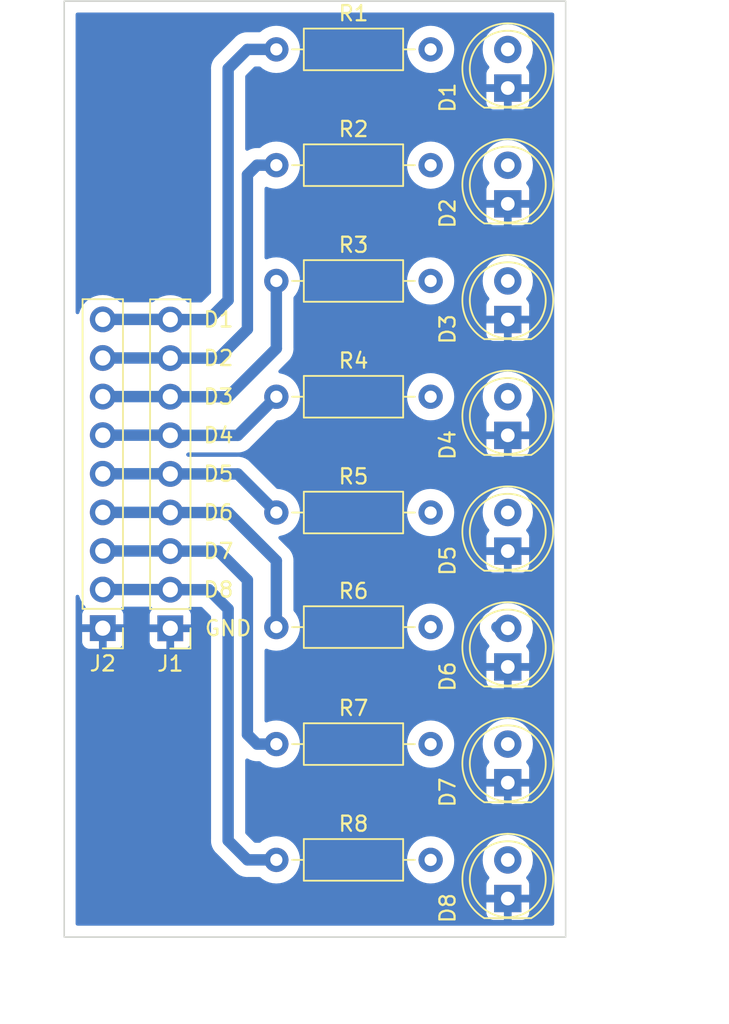
<source format=kicad_pcb>
(kicad_pcb (version 20211014) (generator pcbnew)
  (layers (0 "F.Cu" signal) (31 "B.Cu" signal) (34 "B.Paste" user) (35 "F.Paste" user) (36 "B.SilkS" user "B.Silkscreen") (37 "F.SilkS" user "F.Silkscreen") (38 "B.Mask" user) (39 "F.Mask" user) (44 "Edge.Cuts" user))
  (net 0 "")
  (net 1 "Net-(R1-Pad2)")
  (net 2 "Net-(R2-Pad2)")
  (net 3 "Net-(R3-Pad2)")
  (net 4 "Net-(R4-Pad2)")
  (net 5 "Net-(R5-Pad2)")
  (net 6 "Net-(R6-Pad2)")
  (net 7 "Net-(R7-Pad2)")
  (net 8 "Net-(R8-Pad2)")
  (net 9 "Net-(R8-Pad1)")
  (net 10 "Net-(R7-Pad1)")
  (net 11 "Net-(R6-Pad1)")
  (net 12 "Net-(R5-Pad1)")
  (net 13 "Net-(R4-Pad1)")
  (net 14 "Net-(R3-Pad1)")
  (net 15 "Net-(R2-Pad1)")
  (net 16 "Net-(R1-Pad1)")
  (net 17 "GND")
  (footprint "Resistor_THT:R_Axial_DIN0207_L6.3mm_D2.5mm_P10.16mm_Horizontal" (layer "F.Cu") (at 76.2 127)
    (fp_text reference "R7" (at 5.08 -2.37) (layer "F.SilkS"))
    (fp_text value "220")
    (fp_line (start 1.04 0) (end 1.81 0) (layer "F.SilkS") (width 0.12))
    (fp_line (start 1.81 1.37) (end 8.35 1.37) (layer "F.SilkS") (width 0.12))
    (fp_line (start 9.12 0) (end 8.35 0) (layer "F.SilkS") (width 0.12))
    (fp_line (start 1.81 -1.37) (end 1.81 1.37) (layer "F.SilkS") (width 0.12))
    (fp_line (start 8.35 -1.37) (end 1.81 -1.37) (layer "F.SilkS") (width 0.12))
    (fp_line (start 8.35 1.37) (end 8.35 -1.37) (layer "F.SilkS") (width 0.12))
    (pad "1" thru_hole circle (at 0 0) (size 1.6 1.6) (drill 0.8) (layers *.Cu *.Mask) (net 10 "Net-(R7-Pad1)"))
    (pad "2" thru_hole oval (at 10.16 0) (size 1.6 1.6) (drill 0.8) (layers *.Cu *.Mask) (net 7 "Net-(R7-Pad2)"))
  )
  (footprint "Connector_PinHeader_2.54mm:PinHeader_1x09_P2.54mm_Vertical" (layer "F.Cu") (at 69.215 119.38 180)
    (fp_text reference "J1" (at 0 -2.33) (layer "F.SilkS"))
    (fp_text value "Conn_01x09_Female")
    (fp_line (start 1.33 1.27) (end 1.33 21.65) (layer "F.SilkS") (width 0.12))
    (fp_line (start -1.33 1.27) (end 1.33 1.27) (layer "F.SilkS") (width 0.12))
    (fp_line (start -1.33 1.27) (end -1.33 21.65) (layer "F.SilkS") (width 0.12))
    (fp_line (start -1.33 -1.33) (end 0 -1.33) (layer "F.SilkS") (width 0.12))
    (fp_line (start -1.33 21.65) (end 1.33 21.65) (layer "F.SilkS") (width 0.12))
    (fp_line (start -1.33 0) (end -1.33 -1.33) (layer "F.SilkS") (width 0.12))
    (pad "1" thru_hole rect (at 0 0 180) (size 1.7 1.7) (drill 1) (layers *.Cu *.Mask) (net 17 "GND"))
    (pad "2" thru_hole oval (at 0 2.54 180) (size 1.7 1.7) (drill 1) (layers *.Cu *.Mask) (net 9 "Net-(R8-Pad1)"))
    (pad "3" thru_hole oval (at 0 5.08 180) (size 1.7 1.7) (drill 1) (layers *.Cu *.Mask) (net 10 "Net-(R7-Pad1)"))
    (pad "4" thru_hole oval (at 0 7.62 180) (size 1.7 1.7) (drill 1) (layers *.Cu *.Mask) (net 11 "Net-(R6-Pad1)"))
    (pad "5" thru_hole oval (at 0 10.16 180) (size 1.7 1.7) (drill 1) (layers *.Cu *.Mask) (net 12 "Net-(R5-Pad1)"))
    (pad "6" thru_hole oval (at 0 12.7 180) (size 1.7 1.7) (drill 1) (layers *.Cu *.Mask) (net 13 "Net-(R4-Pad1)"))
    (pad "7" thru_hole oval (at 0 15.24 180) (size 1.7 1.7) (drill 1) (layers *.Cu *.Mask) (net 14 "Net-(R3-Pad1)"))
    (pad "8" thru_hole oval (at 0 17.78 180) (size 1.7 1.7) (drill 1) (layers *.Cu *.Mask) (net 15 "Net-(R2-Pad1)"))
    (pad "9" thru_hole oval (at 0 20.32 180) (size 1.7 1.7) (drill 1) (layers *.Cu *.Mask) (net 16 "Net-(R1-Pad1)"))
  )
  (footprint "Resistor_THT:R_Axial_DIN0207_L6.3mm_D2.5mm_P10.16mm_Horizontal" (layer "F.Cu") (at 76.2 111.76)
    (fp_text reference "R5" (at 5.08 -2.37) (layer "F.SilkS"))
    (fp_text value "220")
    (fp_line (start 1.81 -1.37) (end 1.81 1.37) (layer "F.SilkS") (width 0.12))
    (fp_line (start 1.81 1.37) (end 8.35 1.37) (layer "F.SilkS") (width 0.12))
    (fp_line (start 9.12 0) (end 8.35 0) (layer "F.SilkS") (width 0.12))
    (fp_line (start 8.35 -1.37) (end 1.81 -1.37) (layer "F.SilkS") (width 0.12))
    (fp_line (start 1.04 0) (end 1.81 0) (layer "F.SilkS") (width 0.12))
    (fp_line (start 8.35 1.37) (end 8.35 -1.37) (layer "F.SilkS") (width 0.12))
    (pad "1" thru_hole circle (at 0 0) (size 1.6 1.6) (drill 0.8) (layers *.Cu *.Mask) (net 12 "Net-(R5-Pad1)"))
    (pad "2" thru_hole oval (at 10.16 0) (size 1.6 1.6) (drill 0.8) (layers *.Cu *.Mask) (net 5 "Net-(R5-Pad2)"))
  )
  (footprint "Resistor_THT:R_Axial_DIN0207_L6.3mm_D2.5mm_P10.16mm_Horizontal" (layer "F.Cu") (at 76.2 88.9)
    (fp_text reference "R2" (at 5.08 -2.37) (layer "F.SilkS"))
    (fp_text value "220")
    (fp_line (start 8.35 1.37) (end 8.35 -1.37) (layer "F.SilkS") (width 0.12))
    (fp_line (start 9.12 0) (end 8.35 0) (layer "F.SilkS") (width 0.12))
    (fp_line (start 1.81 1.37) (end 8.35 1.37) (layer "F.SilkS") (width 0.12))
    (fp_line (start 1.81 -1.37) (end 1.81 1.37) (layer "F.SilkS") (width 0.12))
    (fp_line (start 1.04 0) (end 1.81 0) (layer "F.SilkS") (width 0.12))
    (fp_line (start 8.35 -1.37) (end 1.81 -1.37) (layer "F.SilkS") (width 0.12))
    (pad "1" thru_hole circle (at 0 0) (size 1.6 1.6) (drill 0.8) (layers *.Cu *.Mask) (net 15 "Net-(R2-Pad1)"))
    (pad "2" thru_hole oval (at 10.16 0) (size 1.6 1.6) (drill 0.8) (layers *.Cu *.Mask) (net 2 "Net-(R2-Pad2)"))
  )
  (footprint "Resistor_THT:R_Axial_DIN0207_L6.3mm_D2.5mm_P10.16mm_Horizontal" (layer "F.Cu") (at 76.2 81.28)
    (fp_text reference "R1" (at 5.08 -2.37) (layer "F.SilkS"))
    (fp_text value "220")
    (fp_line (start 8.35 -1.37) (end 1.81 -1.37) (layer "F.SilkS") (width 0.12))
    (fp_line (start 9.12 0) (end 8.35 0) (layer "F.SilkS") (width 0.12))
    (fp_line (start 1.81 -1.37) (end 1.81 1.37) (layer "F.SilkS") (width 0.12))
    (fp_line (start 8.35 1.37) (end 8.35 -1.37) (layer "F.SilkS") (width 0.12))
    (fp_line (start 1.81 1.37) (end 8.35 1.37) (layer "F.SilkS") (width 0.12))
    (fp_line (start 1.04 0) (end 1.81 0) (layer "F.SilkS") (width 0.12))
    (pad "1" thru_hole circle (at 0 0) (size 1.6 1.6) (drill 0.8) (layers *.Cu *.Mask) (net 16 "Net-(R1-Pad1)"))
    (pad "2" thru_hole oval (at 10.16 0) (size 1.6 1.6) (drill 0.8) (layers *.Cu *.Mask) (net 1 "Net-(R1-Pad2)"))
  )
  (footprint "Connector_PinHeader_2.54mm:PinHeader_1x09_P2.54mm_Vertical" (layer "F.Cu") (at 64.77 119.37 180)
    (fp_text reference "J2" (at 0 -2.33) (layer "F.SilkS"))
    (fp_text value "Conn_01x09_Male")
    (fp_line (start -1.33 -1.33) (end 0 -1.33) (layer "F.SilkS") (width 0.12))
    (fp_line (start -1.33 1.27) (end 1.33 1.27) (layer "F.SilkS") (width 0.12))
    (fp_line (start -1.33 21.65) (end 1.33 21.65) (layer "F.SilkS") (width 0.12))
    (fp_line (start 1.33 1.27) (end 1.33 21.65) (layer "F.SilkS") (width 0.12))
    (fp_line (start -1.33 0) (end -1.33 -1.33) (layer "F.SilkS") (width 0.12))
    (fp_line (start -1.33 1.27) (end -1.33 21.65) (layer "F.SilkS") (width 0.12))
    (pad "1" thru_hole rect (at 0 0 180) (size 1.7 1.7) (drill 1) (layers *.Cu *.Mask) (net 17 "GND"))
    (pad "2" thru_hole oval (at 0 2.54 180) (size 1.7 1.7) (drill 1) (layers *.Cu *.Mask) (net 9 "Net-(R8-Pad1)"))
    (pad "3" thru_hole oval (at 0 5.08 180) (size 1.7 1.7) (drill 1) (layers *.Cu *.Mask) (net 10 "Net-(R7-Pad1)"))
    (pad "4" thru_hole oval (at 0 7.62 180) (size 1.7 1.7) (drill 1) (layers *.Cu *.Mask) (net 11 "Net-(R6-Pad1)"))
    (pad "5" thru_hole oval (at 0 10.16 180) (size 1.7 1.7) (drill 1) (layers *.Cu *.Mask) (net 12 "Net-(R5-Pad1)"))
    (pad "6" thru_hole oval (at 0 12.7 180) (size 1.7 1.7) (drill 1) (layers *.Cu *.Mask) (net 13 "Net-(R4-Pad1)"))
    (pad "7" thru_hole oval (at 0 15.24 180) (size 1.7 1.7) (drill 1) (layers *.Cu *.Mask) (net 14 "Net-(R3-Pad1)"))
    (pad "8" thru_hole oval (at 0 17.78 180) (size 1.7 1.7) (drill 1) (layers *.Cu *.Mask) (net 15 "Net-(R2-Pad1)"))
    (pad "9" thru_hole oval (at 0 20.32 180) (size 1.7 1.7) (drill 1) (layers *.Cu *.Mask) (net 16 "Net-(R1-Pad1)"))
  )
  (footprint "Resistor_THT:R_Axial_DIN0207_L6.3mm_D2.5mm_P10.16mm_Horizontal" (layer "F.Cu") (at 76.2 96.52)
    (fp_text reference "R3" (at 5.08 -2.37) (layer "F.SilkS"))
    (fp_text value "220")
    (fp_line (start 8.35 1.37) (end 8.35 -1.37) (layer "F.SilkS") (width 0.12))
    (fp_line (start 1.81 -1.37) (end 1.81 1.37) (layer "F.SilkS") (width 0.12))
    (fp_line (start 1.04 0) (end 1.81 0) (layer "F.SilkS") (width 0.12))
    (fp_line (start 9.12 0) (end 8.35 0) (layer "F.SilkS") (width 0.12))
    (fp_line (start 1.81 1.37) (end 8.35 1.37) (layer "F.SilkS") (width 0.12))
    (fp_line (start 8.35 -1.37) (end 1.81 -1.37) (layer "F.SilkS") (width 0.12))
    (pad "1" thru_hole circle (at 0 0) (size 1.6 1.6) (drill 0.8) (layers *.Cu *.Mask) (net 14 "Net-(R3-Pad1)"))
    (pad "2" thru_hole oval (at 10.16 0) (size 1.6 1.6) (drill 0.8) (layers *.Cu *.Mask) (net 3 "Net-(R3-Pad2)"))
  )
  (footprint "LED_THT:LED_D5.0mm" (layer "F.Cu") (at 91.44 129.54 90)
    (fp_text reference "D7" (at -0.635 -3.96 90) (layer "F.SilkS"))
    (fp_text value "LED")
    (fp_line (start -1.29 -1.545) (end -1.29 1.545) (layer "F.SilkS") (width 0.12))
    (fp_arc (start -1.29 -1.54483) (mid 2.072002 -2.880433) (end 4.26 0.000462) (layer "F.SilkS") (width 0.12))
    (fp_arc (start 4.26 -0.000462) (mid 2.072002 2.880433) (end -1.29 1.54483) (layer "F.SilkS") (width 0.12))
    (fp_circle (center 1.27 0) (end 3.77 0) (layer "F.SilkS") (width 0.12) (fill none))
    (pad "1" thru_hole rect (at 0 0 90) (size 1.8 1.8) (drill 0.9) (layers *.Cu *.Mask) (net 17 "GND"))
    (pad "2" thru_hole circle (at 2.54 0 90) (size 1.8 1.8) (drill 0.9) (layers *.Cu *.Mask) (net 7 "Net-(R7-Pad2)"))
  )
  (footprint "LED_THT:LED_D5.0mm" (layer "F.Cu") (at 91.44 114.3 90)
    (fp_text reference "D5" (at -0.635 -3.96 90) (layer "F.SilkS"))
    (fp_text value "LED")
    (fp_line (start -1.29 -1.545) (end -1.29 1.545) (layer "F.SilkS") (width 0.12))
    (fp_arc (start 4.26 -0.000462) (mid 2.072002 2.880433) (end -1.29 1.54483) (layer "F.SilkS") (width 0.12))
    (fp_arc (start -1.29 -1.54483) (mid 2.072002 -2.880433) (end 4.26 0.000462) (layer "F.SilkS") (width 0.12))
    (fp_circle (center 1.27 0) (end 3.77 0) (layer "F.SilkS") (width 0.12) (fill none))
    (pad "1" thru_hole rect (at 0 0 90) (size 1.8 1.8) (drill 0.9) (layers *.Cu *.Mask) (net 17 "GND"))
    (pad "2" thru_hole circle (at 2.54 0 90) (size 1.8 1.8) (drill 0.9) (layers *.Cu *.Mask) (net 5 "Net-(R5-Pad2)"))
  )
  (footprint "LED_THT:LED_D5.0mm" (layer "F.Cu") (at 91.44 121.92 90)
    (fp_text reference "D6" (at -0.635 -3.96 90) (layer "F.SilkS"))
    (fp_text value "LED")
    (fp_line (start -1.29 -1.545) (end -1.29 1.545) (layer "F.SilkS") (width 0.12))
    (fp_arc (start -1.29 -1.54483) (mid 2.072002 -2.880433) (end 4.26 0.000462) (layer "F.SilkS") (width 0.12))
    (fp_arc (start 4.26 -0.000462) (mid 2.072002 2.880433) (end -1.29 1.54483) (layer "F.SilkS") (width 0.12))
    (fp_circle (center 1.27 0) (end 3.77 0) (layer "F.SilkS") (width 0.12) (fill none))
    (pad "1" thru_hole rect (at 0 0 90) (size 1.8 1.8) (drill 0.9) (layers *.Cu *.Mask) (net 17 "GND"))
    (pad "2" thru_hole circle (at 2.54 0 90) (size 1.8 1.8) (drill 0.9) (layers *.Cu *.Mask) (net 6 "Net-(R6-Pad2)"))
  )
  (footprint "Resistor_THT:R_Axial_DIN0207_L6.3mm_D2.5mm_P10.16mm_Horizontal" (layer "F.Cu") (at 76.2 134.62)
    (fp_text reference "R8" (at 5.08 -2.37) (layer "F.SilkS"))
    (fp_text value "220")
    (fp_line (start 8.35 -1.37) (end 1.81 -1.37) (layer "F.SilkS") (width 0.12))
    (fp_line (start 1.04 0) (end 1.81 0) (layer "F.SilkS") (width 0.12))
    (fp_line (start 8.35 1.37) (end 8.35 -1.37) (layer "F.SilkS") (width 0.12))
    (fp_line (start 1.81 -1.37) (end 1.81 1.37) (layer "F.SilkS") (width 0.12))
    (fp_line (start 9.12 0) (end 8.35 0) (layer "F.SilkS") (width 0.12))
    (fp_line (start 1.81 1.37) (end 8.35 1.37) (layer "F.SilkS") (width 0.12))
    (pad "1" thru_hole circle (at 0 0) (size 1.6 1.6) (drill 0.8) (layers *.Cu *.Mask) (net 9 "Net-(R8-Pad1)"))
    (pad "2" thru_hole oval (at 10.16 0) (size 1.6 1.6) (drill 0.8) (layers *.Cu *.Mask) (net 8 "Net-(R8-Pad2)"))
  )
  (footprint "LED_THT:LED_D5.0mm" (layer "F.Cu") (at 91.44 83.825 90)
    (fp_text reference "D1" (at -0.63 -3.96 90) (layer "F.SilkS"))
    (fp_text value "LED")
    (fp_line (start -1.29 -1.545) (end -1.29 1.545) (layer "F.SilkS") (width 0.12))
    (fp_arc (start -1.29 -1.54483) (mid 2.072002 -2.880433) (end 4.26 0.000462) (layer "F.SilkS") (width 0.12))
    (fp_arc (start 4.26 -0.000462) (mid 2.072002 2.880433) (end -1.29 1.54483) (layer "F.SilkS") (width 0.12))
    (fp_circle (center 1.27 0) (end 3.77 0) (layer "F.SilkS") (width 0.12) (fill none))
    (pad "1" thru_hole rect (at 0 0 90) (size 1.8 1.8) (drill 0.9) (layers *.Cu *.Mask) (net 17 "GND"))
    (pad "2" thru_hole circle (at 2.54 0 90) (size 1.8 1.8) (drill 0.9) (layers *.Cu *.Mask) (net 1 "Net-(R1-Pad2)"))
  )
  (footprint "LED_THT:LED_D5.0mm" (layer "F.Cu") (at 91.44 99.06 90)
    (fp_text reference "D3" (at -0.635 -3.96 90) (layer "F.SilkS"))
    (fp_text value "LED")
    (fp_line (start -1.29 -1.545) (end -1.29 1.545) (layer "F.SilkS") (width 0.12))
    (fp_arc (start -1.29 -1.54483) (mid 2.072002 -2.880433) (end 4.26 0.000462) (layer "F.SilkS") (width 0.12))
    (fp_arc (start 4.26 -0.000462) (mid 2.072002 2.880433) (end -1.29 1.54483) (layer "F.SilkS") (width 0.12))
    (fp_circle (center 1.27 0) (end 3.77 0) (layer "F.SilkS") (width 0.12) (fill none))
    (pad "1" thru_hole rect (at 0 0 90) (size 1.8 1.8) (drill 0.9) (layers *.Cu *.Mask) (net 17 "GND"))
    (pad "2" thru_hole circle (at 2.54 0 90) (size 1.8 1.8) (drill 0.9) (layers *.Cu *.Mask) (net 3 "Net-(R3-Pad2)"))
  )
  (footprint "Resistor_THT:R_Axial_DIN0207_L6.3mm_D2.5mm_P10.16mm_Horizontal" (layer "F.Cu") (at 76.2 104.14)
    (fp_text reference "R4" (at 5.08 -2.37) (layer "F.SilkS"))
    (fp_text value "220")
    (fp_line (start 1.04 0) (end 1.81 0) (layer "F.SilkS") (width 0.12))
    (fp_line (start 8.35 1.37) (end 8.35 -1.37) (layer "F.SilkS") (width 0.12))
    (fp_line (start 8.35 -1.37) (end 1.81 -1.37) (layer "F.SilkS") (width 0.12))
    (fp_line (start 9.12 0) (end 8.35 0) (layer "F.SilkS") (width 0.12))
    (fp_line (start 1.81 -1.37) (end 1.81 1.37) (layer "F.SilkS") (width 0.12))
    (fp_line (start 1.81 1.37) (end 8.35 1.37) (layer "F.SilkS") (width 0.12))
    (pad "1" thru_hole circle (at 0 0) (size 1.6 1.6) (drill 0.8) (layers *.Cu *.Mask) (net 13 "Net-(R4-Pad1)"))
    (pad "2" thru_hole oval (at 10.16 0) (size 1.6 1.6) (drill 0.8) (layers *.Cu *.Mask) (net 4 "Net-(R4-Pad2)"))
  )
  (footprint "LED_THT:LED_D5.0mm" (layer "F.Cu") (at 91.44 106.68 90)
    (fp_text reference "D4" (at -0.635 -3.96 90) (layer "F.SilkS"))
    (fp_text value "LED")
    (fp_line (start -1.29 -1.545) (end -1.29 1.545) (layer "F.SilkS") (width 0.12))
    (fp_arc (start 4.26 -0.000462) (mid 2.072002 2.880433) (end -1.29 1.54483) (layer "F.SilkS") (width 0.12))
    (fp_arc (start -1.29 -1.54483) (mid 2.072002 -2.880433) (end 4.26 0.000462) (layer "F.SilkS") (width 0.12))
    (fp_circle (center 1.27 0) (end 3.77 0) (layer "F.SilkS") (width 0.12) (fill none))
    (pad "1" thru_hole rect (at 0 0 90) (size 1.8 1.8) (drill 0.9) (layers *.Cu *.Mask) (net 17 "GND"))
    (pad "2" thru_hole circle (at 2.54 0 90) (size 1.8 1.8) (drill 0.9) (layers *.Cu *.Mask) (net 4 "Net-(R4-Pad2)"))
  )
  (footprint "Resistor_THT:R_Axial_DIN0207_L6.3mm_D2.5mm_P10.16mm_Horizontal" (layer "F.Cu") (at 76.2 119.3)
    (fp_text reference "R6" (at 5.08 -2.37) (layer "F.SilkS"))
    (fp_text value "220")
    (fp_line (start 8.35 -1.37) (end 1.81 -1.37) (layer "F.SilkS") (width 0.12))
    (fp_line (start 9.12 0) (end 8.35 0) (layer "F.SilkS") (width 0.12))
    (fp_line (start 1.81 1.37) (end 8.35 1.37) (layer "F.SilkS") (width 0.12))
    (fp_line (start 8.35 1.37) (end 8.35 -1.37) (layer "F.SilkS") (width 0.12))
    (fp_line (start 1.81 -1.37) (end 1.81 1.37) (layer "F.SilkS") (width 0.12))
    (fp_line (start 1.04 0) (end 1.81 0) (layer "F.SilkS") (width 0.12))
    (pad "1" thru_hole circle (at 0 0) (size 1.6 1.6) (drill 0.8) (layers *.Cu *.Mask) (net 11 "Net-(R6-Pad1)"))
    (pad "2" thru_hole oval (at 10.16 0) (size 1.6 1.6) (drill 0.8) (layers *.Cu *.Mask) (net 6 "Net-(R6-Pad2)"))
  )
  (footprint "LED_THT:LED_D5.0mm" (layer "F.Cu") (at 91.44 137.165 90)
    (fp_text reference "D8" (at -0.63 -3.96 90) (layer "F.SilkS"))
    (fp_text value "LED")
    (fp_line (start -1.29 -1.545) (end -1.29 1.545) (layer "F.SilkS") (width 0.12))
    (fp_arc (start -1.29 -1.54483) (mid 2.072002 -2.880433) (end 4.26 0.000462) (layer "F.SilkS") (width 0.12))
    (fp_arc (start 4.26 -0.000462) (mid 2.072002 2.880433) (end -1.29 1.54483) (layer "F.SilkS") (width 0.12))
    (fp_circle (center 1.27 0) (end 3.77 0) (layer "F.SilkS") (width 0.12) (fill none))
    (pad "1" thru_hole rect (at 0 0 90) (size 1.8 1.8) (drill 0.9) (layers *.Cu *.Mask) (net 17 "GND"))
    (pad "2" thru_hole circle (at 2.54 0 90) (size 1.8 1.8) (drill 0.9) (layers *.Cu *.Mask) (net 8 "Net-(R8-Pad2)"))
  )
  (footprint "LED_THT:LED_D5.0mm" (layer "F.Cu") (at 91.44 91.445 90)
    (fp_text reference "D2" (at -0.63 -3.96 90) (layer "F.SilkS"))
    (fp_text value "LED")
    (fp_line (start -1.29 -1.545) (end -1.29 1.545) (layer "F.SilkS") (width 0.12))
    (fp_arc (start -1.29 -1.54483) (mid 2.072002 -2.880433) (end 4.26 0.000462) (layer "F.SilkS") (width 0.12))
    (fp_arc (start 4.26 -0.000462) (mid 2.072002 2.880433) (end -1.29 1.54483) (layer "F.SilkS") (width 0.12))
    (fp_circle (center 1.27 0) (end 3.77 0) (layer "F.SilkS") (width 0.12) (fill none))
    (pad "1" thru_hole rect (at 0 0 90) (size 1.8 1.8) (drill 0.9) (layers *.Cu *.Mask) (net 17 "GND"))
    (pad "2" thru_hole circle (at 2.54 0 90) (size 1.8 1.8) (drill 0.9) (layers *.Cu *.Mask) (net 2 "Net-(R2-Pad2)"))
  )
  (gr_rect (start 62.23 78.105) (end 95.25 139.7) (layer "Edge.Cuts") (width 0.1) (fill none))
  (gr_text "D6" (at 72.39 111.76) (layer "F.SilkS") (effects (font (size 1 1))))
  (gr_text "D1" (at 72.39 99.06) (layer "F.SilkS") (effects (font (size 1 1))))
  (gr_text "D4" (at 72.39 106.68) (layer "F.SilkS") (effects (font (size 1 1))))
  (gr_text "D5" (at 72.39 109.22) (layer "F.SilkS") (effects (font (size 1 1))))
  (gr_text "D2" (at 72.39 101.6) (layer "F.SilkS") (effects (font (size 1 1))))
  (gr_text "D8" (at 72.39 116.84) (layer "F.SilkS") (effects (font (size 1 1))))
  (gr_text "D3" (at 72.39 104.14) (layer "F.SilkS") (effects (font (size 1 1))))
  (gr_text "GND\n" (at 73.025 119.38) (layer "F.SilkS") (effects (font (size 1 1))))
  (gr_text "D7" (at 72.39 114.3) (layer "F.SilkS") (effects (font (size 1 1))))
  (segment (start 90.725 119.3) (end 90.805 119.38) (width 0.75) (layer "B.Cu") (net 6))
  (segment (start 71.755 116.84) (end 73.025 118.11) (width 0.75) (layer "B.Cu") (net 9))
  (segment (start 73.025 133.35) (end 74.295 134.62) (width 0.75) (layer "B.Cu") (net 9))
  (segment (start 73.025 118.11) (end 73.025 133.35) (width 0.75) (layer "B.Cu") (net 9))
  (segment (start 69.205 116.83) (end 69.215 116.84) (width 0.75) (layer "B.Cu") (net 9))
  (segment (start 74.295 134.62) (end 76.2 134.62) (width 0.75) (layer "B.Cu") (net 9))
  (segment (start 69.215 116.84) (end 71.755 116.84) (width 0.75) (layer "B.Cu") (net 9))
  (segment (start 64.77 116.83) (end 69.205 116.83) (width 0.75) (layer "B.Cu") (net 9))
  (segment (start 69.215 114.3) (end 72.39 114.3) (width 0.75) (layer "B.Cu") (net 10))
  (segment (start 74.295 116.205) (end 74.295 126.365) (width 0.75) (layer "B.Cu") (net 10))
  (segment (start 74.295 126.365) (end 74.93 127) (width 0.75) (layer "B.Cu") (net 10))
  (segment (start 69.205 114.29) (end 69.215 114.3) (width 0.75) (layer "B.Cu") (net 10))
  (segment (start 72.39 114.3) (end 74.295 116.205) (width 0.75) (layer "B.Cu") (net 10))
  (segment (start 74.93 127) (end 76.2 127) (width 0.75) (layer "B.Cu") (net 10))
  (segment (start 64.77 114.29) (end 69.205 114.29) (width 0.75) (layer "B.Cu") (net 10))
  (segment (start 64.77 111.75) (end 69.205 111.75) (width 0.75) (layer "B.Cu") (net 11))
  (segment (start 73.025 111.76) (end 76.2 114.935) (width 0.75) (layer "B.Cu") (net 11))
  (segment (start 76.2 114.935) (end 76.2 119.3) (width 0.75) (layer "B.Cu") (net 11))
  (segment (start 69.215 111.76) (end 73.025 111.76) (width 0.75) (layer "B.Cu") (net 11))
  (segment (start 69.205 111.75) (end 69.215 111.76) (width 0.75) (layer "B.Cu") (net 11))
  (segment (start 73.66 109.22) (end 76.2 111.76) (width 0.75) (layer "B.Cu") (net 12))
  (segment (start 69.215 109.22) (end 73.66 109.22) (width 0.75) (layer "B.Cu") (net 12))
  (segment (start 69.205 109.21) (end 69.215 109.22) (width 0.75) (layer "B.Cu") (net 12))
  (segment (start 64.77 109.21) (end 69.205 109.21) (width 0.75) (layer "B.Cu") (net 12))
  (segment (start 64.77 106.67) (end 69.205 106.67) (width 0.75) (layer "B.Cu") (net 13))
  (segment (start 69.205 106.67) (end 69.215 106.68) (width 0.75) (layer "B.Cu") (net 13))
  (segment (start 69.215 106.68) (end 73.66 106.68) (width 0.75) (layer "B.Cu") (net 13))
  (segment (start 73.66 106.68) (end 76.2 104.14) (width 0.75) (layer "B.Cu") (net 13))
  (segment (start 69.215 104.14) (end 73.025 104.14) (width 0.75) (layer "B.Cu") (net 14))
  (segment (start 73.025 104.14) (end 76.2 100.965) (width 0.75) (layer "B.Cu") (net 14))
  (segment (start 69.205 104.13) (end 69.215 104.14) (width 0.75) (layer "B.Cu") (net 14))
  (segment (start 76.2 100.965) (end 76.2 96.52) (width 0.75) (layer "B.Cu") (net 14))
  (segment (start 64.77 104.13) (end 69.205 104.13) (width 0.75) (layer "B.Cu") (net 14))
  (segment (start 72.39 101.6) (end 74.295 99.695) (width 0.75) (layer "B.Cu") (net 15))
  (segment (start 69.215 101.6) (end 72.39 101.6) (width 0.75) (layer "B.Cu") (net 15))
  (segment (start 74.295 89.535) (end 74.93 88.9) (width 0.75) (layer "B.Cu") (net 15))
  (segment (start 64.77 101.59) (end 69.205 101.59) (width 0.75) (layer "B.Cu") (net 15))
  (segment (start 69.205 101.59) (end 69.215 101.6) (width 0.75) (layer "B.Cu") (net 15))
  (segment (start 74.295 99.695) (end 74.295 89.535) (width 0.75) (layer "B.Cu") (net 15))
  (segment (start 74.93 88.9) (end 76.2 88.9) (width 0.75) (layer "B.Cu") (net 15))
  (segment (start 64.77 99.05) (end 69.205 99.05) (width 0.75) (layer "B.Cu") (net 16))
  (segment (start 74.295 81.28) (end 76.2 81.28) (width 0.75) (layer "B.Cu") (net 16))
  (segment (start 73.025 97.79) (end 73.025 82.55) (width 0.75) (layer "B.Cu") (net 16))
  (segment (start 71.755 99.06) (end 73.025 97.79) (width 0.75) (layer "B.Cu") (net 16))
  (segment (start 69.205 99.05) (end 69.215 99.06) (width 0.75) (layer "B.Cu") (net 16))
  (segment (start 69.215 99.06) (end 71.755 99.06) (width 0.75) (layer "B.Cu") (net 16))
  (segment (start 73.025 82.55) (end 74.295 81.28) (width 0.75) (layer "B.Cu") (net 16))
  (zone (net 17) (net_name "GND") (layer "B.Cu") (connect_pads (clearance 0.75)) (min_thickness 0.254) (fill yes (thermal_gap 0.508) (thermal_bridge_width 0.508))
    (polygon (pts (xy 95.25 139.7) (xy 62.23 139.7) (xy 62.23 78.105) (xy 95.25 78.105)))
  )
)
</source>
